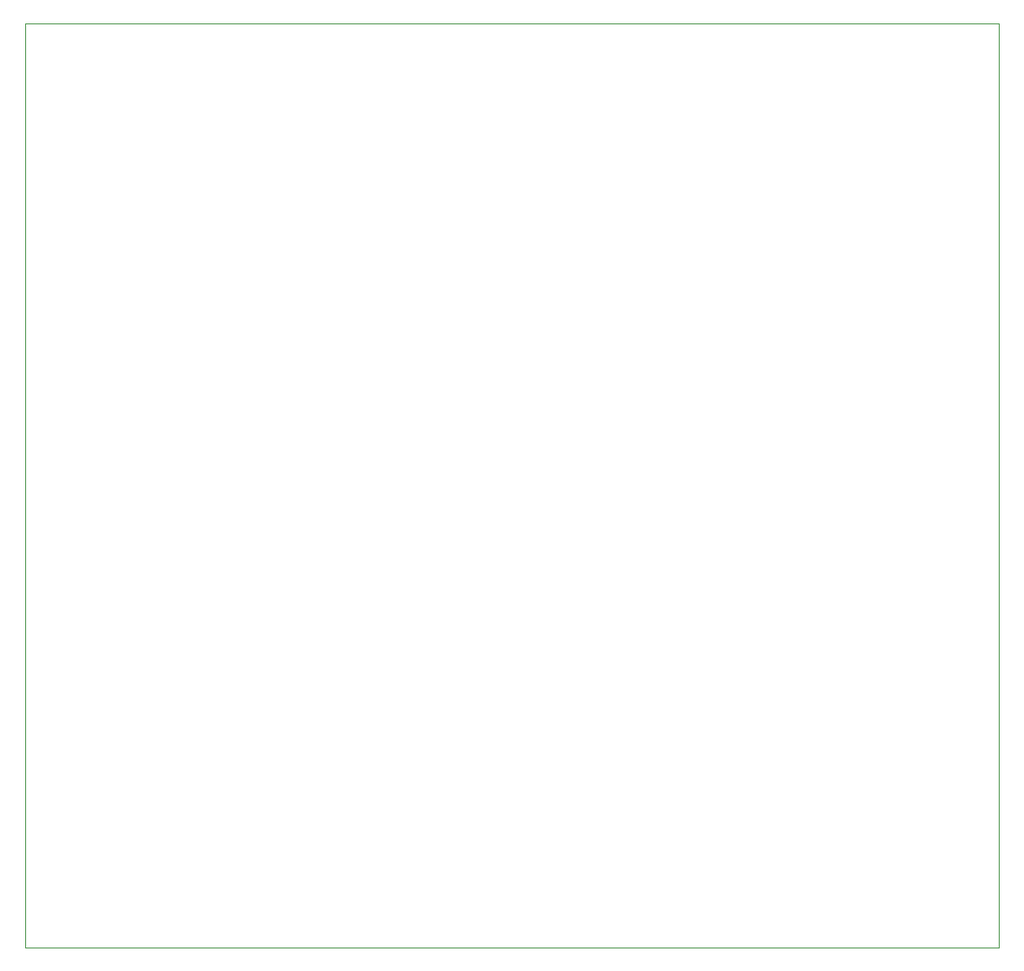
<source format=gbr>
G04 (created by PCBNEW (2013-07-07 BZR 4022)-stable) date 2015/05/03 21:07:58*
%MOIN*%
G04 Gerber Fmt 3.4, Leading zero omitted, Abs format*
%FSLAX34Y34*%
G01*
G70*
G90*
G04 APERTURE LIST*
%ADD10C,0.00590551*%
%ADD11C,0.00393701*%
G04 APERTURE END LIST*
G54D10*
G54D11*
X82200Y-44700D02*
X82200Y-80150D01*
X119550Y-80150D02*
X119550Y-44700D01*
X119550Y-80150D02*
X82200Y-80150D01*
X119550Y-44700D02*
X82200Y-44700D01*
M02*

</source>
